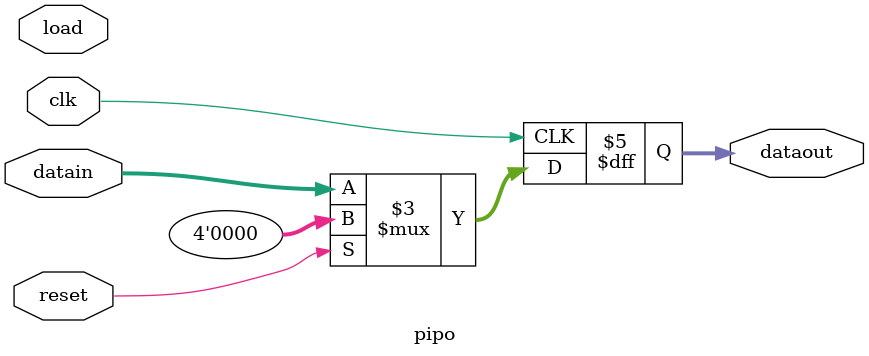
<source format=v>
`timescale 1ns / 1ps

module pipo(input clk,reset,load,
            input[3:0]datain,
            output reg [3:0]dataout);
            
always@(posedge clk)
begin
    if(reset)
        dataout<=4'd0;
    else
        dataout<=datain; //pipo is a storage / buffer register such that for each  posedge of clock cycle whatever in the datain is stored and given out of the register like buffer 
end
        
    

          
endmodule

</source>
